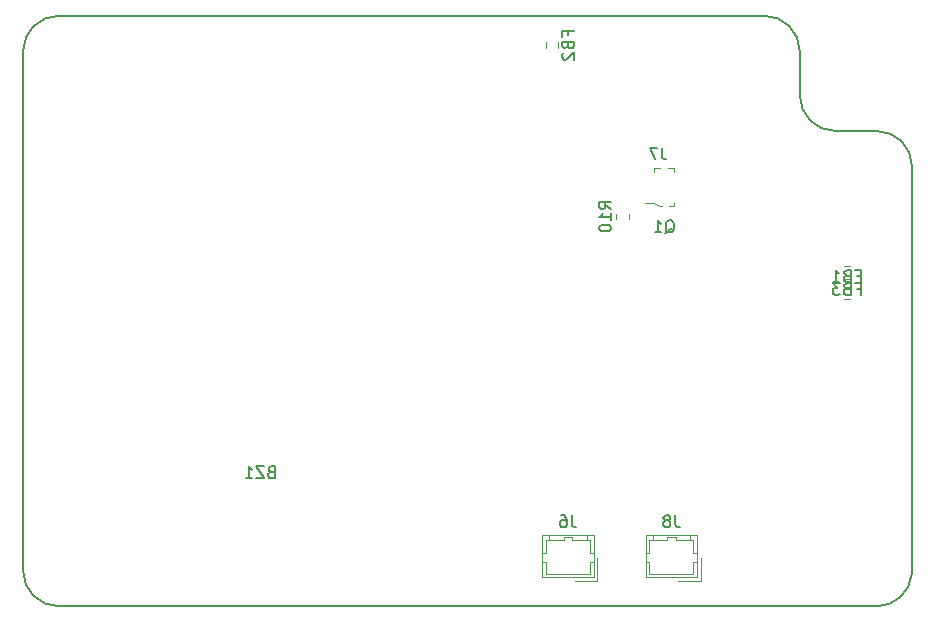
<source format=gbr>
G04 #@! TF.GenerationSoftware,KiCad,Pcbnew,(5.1.9-0-10_14)*
G04 #@! TF.CreationDate,2021-05-06T16:16:17-07:00*
G04 #@! TF.ProjectId,Luminometer_RPi,4c756d69-6e6f-46d6-9574-65725f525069,rev?*
G04 #@! TF.SameCoordinates,Original*
G04 #@! TF.FileFunction,Legend,Bot*
G04 #@! TF.FilePolarity,Positive*
%FSLAX46Y46*%
G04 Gerber Fmt 4.6, Leading zero omitted, Abs format (unit mm)*
G04 Created by KiCad (PCBNEW (5.1.9-0-10_14)) date 2021-05-06 16:16:17*
%MOMM*%
%LPD*%
G01*
G04 APERTURE LIST*
G04 #@! TA.AperFunction,Profile*
%ADD10C,0.150000*%
G04 #@! TD*
%ADD11C,0.120000*%
%ADD12C,0.100000*%
%ADD13C,0.150000*%
G04 APERTURE END LIST*
D10*
X178000000Y-71250000D02*
G75*
G02*
X181000000Y-74250000I0J-3000000D01*
G01*
X181000000Y-74250000D02*
X180989637Y-108750000D01*
X174500000Y-71250000D02*
X178000000Y-71250000D01*
X174500000Y-71250000D02*
G75*
G02*
X171500000Y-68250000I0J3000000D01*
G01*
X171500000Y-64500000D02*
X171500000Y-68250000D01*
X168500000Y-61500000D02*
G75*
G02*
X171500000Y-64500000I0J-3000000D01*
G01*
X108750000Y-111500000D02*
G75*
G02*
X105750000Y-108500000I0J3000000D01*
G01*
X180989637Y-108749136D02*
G75*
G02*
X178000000Y-111500000I-2989637J249136D01*
G01*
X105750000Y-64500000D02*
G75*
G02*
X108750000Y-61500000I3000000J0D01*
G01*
X105750000Y-108500000D02*
X105750000Y-64500000D01*
X178000000Y-111500000D02*
X108750000Y-111500000D01*
X108750000Y-61500000D02*
X168500000Y-61500000D01*
D11*
X151022500Y-64237258D02*
X151022500Y-63762742D01*
X149977500Y-64237258D02*
X149977500Y-63762742D01*
X175737258Y-84477500D02*
X175262742Y-84477500D01*
X175737258Y-85522500D02*
X175262742Y-85522500D01*
X175262742Y-83772500D02*
X175737258Y-83772500D01*
X175262742Y-82727500D02*
X175737258Y-82727500D01*
X154050000Y-105450000D02*
X154050000Y-109050000D01*
X154050000Y-109050000D02*
X149700000Y-109050000D01*
X149700000Y-109050000D02*
X149700000Y-105450000D01*
X149700000Y-105450000D02*
X154050000Y-105450000D01*
X154360000Y-107450000D02*
X154360000Y-109360000D01*
X154360000Y-109360000D02*
X152450000Y-109360000D01*
X154050000Y-107750000D02*
X153750000Y-107750000D01*
X153750000Y-107750000D02*
X153750000Y-108750000D01*
X153750000Y-108750000D02*
X150000000Y-108750000D01*
X150000000Y-108750000D02*
X150000000Y-107750000D01*
X150000000Y-107750000D02*
X149700000Y-107750000D01*
X154050000Y-107000000D02*
X153750000Y-107000000D01*
X153750000Y-107000000D02*
X153750000Y-105900000D01*
X153750000Y-105900000D02*
X153450000Y-105900000D01*
X153450000Y-105900000D02*
X153450000Y-105450000D01*
X149700000Y-107000000D02*
X150000000Y-107000000D01*
X150000000Y-107000000D02*
X150000000Y-105900000D01*
X150000000Y-105900000D02*
X150300000Y-105900000D01*
X150300000Y-105900000D02*
X150300000Y-105450000D01*
X153450000Y-105900000D02*
X152250000Y-105900000D01*
X152250000Y-105900000D02*
X152250000Y-105600000D01*
X152250000Y-105600000D02*
X151500000Y-105600000D01*
X151500000Y-105600000D02*
X151500000Y-105900000D01*
X151500000Y-105900000D02*
X150300000Y-105900000D01*
D12*
X159825000Y-77650000D02*
X159550000Y-77650000D01*
X159550000Y-77650000D02*
X159175000Y-77375000D01*
X159175000Y-77375000D02*
X159175000Y-77325000D01*
X159175000Y-77325000D02*
X158400000Y-77325000D01*
X159650000Y-74350000D02*
X159175000Y-74350000D01*
X159175000Y-74350000D02*
X159175000Y-74700000D01*
X160825000Y-74575000D02*
X160825000Y-74700000D01*
X160825000Y-74650000D02*
X160825000Y-74350000D01*
X160825000Y-74350000D02*
X160375000Y-74350000D01*
X160450000Y-77650000D02*
X160825000Y-77650000D01*
X160825000Y-77650000D02*
X160825000Y-77350000D01*
D11*
X162800000Y-105450000D02*
X162800000Y-109050000D01*
X162800000Y-109050000D02*
X158450000Y-109050000D01*
X158450000Y-109050000D02*
X158450000Y-105450000D01*
X158450000Y-105450000D02*
X162800000Y-105450000D01*
X163110000Y-107450000D02*
X163110000Y-109360000D01*
X163110000Y-109360000D02*
X161200000Y-109360000D01*
X162800000Y-107750000D02*
X162500000Y-107750000D01*
X162500000Y-107750000D02*
X162500000Y-108750000D01*
X162500000Y-108750000D02*
X158750000Y-108750000D01*
X158750000Y-108750000D02*
X158750000Y-107750000D01*
X158750000Y-107750000D02*
X158450000Y-107750000D01*
X162800000Y-107000000D02*
X162500000Y-107000000D01*
X162500000Y-107000000D02*
X162500000Y-105900000D01*
X162500000Y-105900000D02*
X162200000Y-105900000D01*
X162200000Y-105900000D02*
X162200000Y-105450000D01*
X158450000Y-107000000D02*
X158750000Y-107000000D01*
X158750000Y-107000000D02*
X158750000Y-105900000D01*
X158750000Y-105900000D02*
X159050000Y-105900000D01*
X159050000Y-105900000D02*
X159050000Y-105450000D01*
X162200000Y-105900000D02*
X161000000Y-105900000D01*
X161000000Y-105900000D02*
X161000000Y-105600000D01*
X161000000Y-105600000D02*
X160250000Y-105600000D01*
X160250000Y-105600000D02*
X160250000Y-105900000D01*
X160250000Y-105900000D02*
X159050000Y-105900000D01*
X155977500Y-78262742D02*
X155977500Y-78737258D01*
X157022500Y-78262742D02*
X157022500Y-78737258D01*
D13*
X159833333Y-72667380D02*
X159833333Y-73381666D01*
X159880952Y-73524523D01*
X159976190Y-73619761D01*
X160119047Y-73667380D01*
X160214285Y-73667380D01*
X159452380Y-72667380D02*
X158785714Y-72667380D01*
X159214285Y-73667380D01*
X151858571Y-63166666D02*
X151858571Y-62833333D01*
X152382380Y-62833333D02*
X151382380Y-62833333D01*
X151382380Y-63309523D01*
X151858571Y-64023809D02*
X151906190Y-64166666D01*
X151953809Y-64214285D01*
X152049047Y-64261904D01*
X152191904Y-64261904D01*
X152287142Y-64214285D01*
X152334761Y-64166666D01*
X152382380Y-64071428D01*
X152382380Y-63690476D01*
X151382380Y-63690476D01*
X151382380Y-64023809D01*
X151430000Y-64119047D01*
X151477619Y-64166666D01*
X151572857Y-64214285D01*
X151668095Y-64214285D01*
X151763333Y-64166666D01*
X151810952Y-64119047D01*
X151858571Y-64023809D01*
X151858571Y-63690476D01*
X151477619Y-64642857D02*
X151430000Y-64690476D01*
X151382380Y-64785714D01*
X151382380Y-65023809D01*
X151430000Y-65119047D01*
X151477619Y-65166666D01*
X151572857Y-65214285D01*
X151668095Y-65214285D01*
X151810952Y-65166666D01*
X152382380Y-64595238D01*
X152382380Y-65214285D01*
X176333333Y-83498571D02*
X176666666Y-83498571D01*
X176666666Y-84022380D02*
X176666666Y-83022380D01*
X176190476Y-83022380D01*
X175476190Y-83498571D02*
X175333333Y-83546190D01*
X175285714Y-83593809D01*
X175238095Y-83689047D01*
X175238095Y-83831904D01*
X175285714Y-83927142D01*
X175333333Y-83974761D01*
X175428571Y-84022380D01*
X175809523Y-84022380D01*
X175809523Y-83022380D01*
X175476190Y-83022380D01*
X175380952Y-83070000D01*
X175333333Y-83117619D01*
X175285714Y-83212857D01*
X175285714Y-83308095D01*
X175333333Y-83403333D01*
X175380952Y-83450952D01*
X175476190Y-83498571D01*
X175809523Y-83498571D01*
X174285714Y-84022380D02*
X174857142Y-84022380D01*
X174571428Y-84022380D02*
X174571428Y-83022380D01*
X174666666Y-83165238D01*
X174761904Y-83260476D01*
X174857142Y-83308095D01*
X176333333Y-84608571D02*
X176666666Y-84608571D01*
X176666666Y-85132380D02*
X176666666Y-84132380D01*
X176190476Y-84132380D01*
X175476190Y-84608571D02*
X175333333Y-84656190D01*
X175285714Y-84703809D01*
X175238095Y-84799047D01*
X175238095Y-84941904D01*
X175285714Y-85037142D01*
X175333333Y-85084761D01*
X175428571Y-85132380D01*
X175809523Y-85132380D01*
X175809523Y-84132380D01*
X175476190Y-84132380D01*
X175380952Y-84180000D01*
X175333333Y-84227619D01*
X175285714Y-84322857D01*
X175285714Y-84418095D01*
X175333333Y-84513333D01*
X175380952Y-84560952D01*
X175476190Y-84608571D01*
X175809523Y-84608571D01*
X174904761Y-84132380D02*
X174285714Y-84132380D01*
X174619047Y-84513333D01*
X174476190Y-84513333D01*
X174380952Y-84560952D01*
X174333333Y-84608571D01*
X174285714Y-84703809D01*
X174285714Y-84941904D01*
X174333333Y-85037142D01*
X174380952Y-85084761D01*
X174476190Y-85132380D01*
X174761904Y-85132380D01*
X174857142Y-85084761D01*
X174904761Y-85037142D01*
X152213333Y-103802380D02*
X152213333Y-104516666D01*
X152260952Y-104659523D01*
X152356190Y-104754761D01*
X152499047Y-104802380D01*
X152594285Y-104802380D01*
X151308571Y-103802380D02*
X151499047Y-103802380D01*
X151594285Y-103850000D01*
X151641904Y-103897619D01*
X151737142Y-104040476D01*
X151784761Y-104230952D01*
X151784761Y-104611904D01*
X151737142Y-104707142D01*
X151689523Y-104754761D01*
X151594285Y-104802380D01*
X151403809Y-104802380D01*
X151308571Y-104754761D01*
X151260952Y-104707142D01*
X151213333Y-104611904D01*
X151213333Y-104373809D01*
X151260952Y-104278571D01*
X151308571Y-104230952D01*
X151403809Y-104183333D01*
X151594285Y-104183333D01*
X151689523Y-104230952D01*
X151737142Y-104278571D01*
X151784761Y-104373809D01*
X160120238Y-79922619D02*
X160215476Y-79875000D01*
X160310714Y-79779761D01*
X160453571Y-79636904D01*
X160548809Y-79589285D01*
X160644047Y-79589285D01*
X160596428Y-79827380D02*
X160691666Y-79779761D01*
X160786904Y-79684523D01*
X160834523Y-79494047D01*
X160834523Y-79160714D01*
X160786904Y-78970238D01*
X160691666Y-78875000D01*
X160596428Y-78827380D01*
X160405952Y-78827380D01*
X160310714Y-78875000D01*
X160215476Y-78970238D01*
X160167857Y-79160714D01*
X160167857Y-79494047D01*
X160215476Y-79684523D01*
X160310714Y-79779761D01*
X160405952Y-79827380D01*
X160596428Y-79827380D01*
X159215476Y-79827380D02*
X159786904Y-79827380D01*
X159501190Y-79827380D02*
X159501190Y-78827380D01*
X159596428Y-78970238D01*
X159691666Y-79065476D01*
X159786904Y-79113095D01*
X160963333Y-103802380D02*
X160963333Y-104516666D01*
X161010952Y-104659523D01*
X161106190Y-104754761D01*
X161249047Y-104802380D01*
X161344285Y-104802380D01*
X160344285Y-104230952D02*
X160439523Y-104183333D01*
X160487142Y-104135714D01*
X160534761Y-104040476D01*
X160534761Y-103992857D01*
X160487142Y-103897619D01*
X160439523Y-103850000D01*
X160344285Y-103802380D01*
X160153809Y-103802380D01*
X160058571Y-103850000D01*
X160010952Y-103897619D01*
X159963333Y-103992857D01*
X159963333Y-104040476D01*
X160010952Y-104135714D01*
X160058571Y-104183333D01*
X160153809Y-104230952D01*
X160344285Y-104230952D01*
X160439523Y-104278571D01*
X160487142Y-104326190D01*
X160534761Y-104421428D01*
X160534761Y-104611904D01*
X160487142Y-104707142D01*
X160439523Y-104754761D01*
X160344285Y-104802380D01*
X160153809Y-104802380D01*
X160058571Y-104754761D01*
X160010952Y-104707142D01*
X159963333Y-104611904D01*
X159963333Y-104421428D01*
X160010952Y-104326190D01*
X160058571Y-104278571D01*
X160153809Y-104230952D01*
X126730952Y-100128571D02*
X126588095Y-100176190D01*
X126540476Y-100223809D01*
X126492857Y-100319047D01*
X126492857Y-100461904D01*
X126540476Y-100557142D01*
X126588095Y-100604761D01*
X126683333Y-100652380D01*
X127064285Y-100652380D01*
X127064285Y-99652380D01*
X126730952Y-99652380D01*
X126635714Y-99700000D01*
X126588095Y-99747619D01*
X126540476Y-99842857D01*
X126540476Y-99938095D01*
X126588095Y-100033333D01*
X126635714Y-100080952D01*
X126730952Y-100128571D01*
X127064285Y-100128571D01*
X126159523Y-99652380D02*
X125492857Y-99652380D01*
X126159523Y-100652380D01*
X125492857Y-100652380D01*
X124588095Y-100652380D02*
X125159523Y-100652380D01*
X124873809Y-100652380D02*
X124873809Y-99652380D01*
X124969047Y-99795238D01*
X125064285Y-99890476D01*
X125159523Y-99938095D01*
X155522380Y-77857142D02*
X155046190Y-77523809D01*
X155522380Y-77285714D02*
X154522380Y-77285714D01*
X154522380Y-77666666D01*
X154570000Y-77761904D01*
X154617619Y-77809523D01*
X154712857Y-77857142D01*
X154855714Y-77857142D01*
X154950952Y-77809523D01*
X154998571Y-77761904D01*
X155046190Y-77666666D01*
X155046190Y-77285714D01*
X155522380Y-78809523D02*
X155522380Y-78238095D01*
X155522380Y-78523809D02*
X154522380Y-78523809D01*
X154665238Y-78428571D01*
X154760476Y-78333333D01*
X154808095Y-78238095D01*
X154522380Y-79428571D02*
X154522380Y-79523809D01*
X154570000Y-79619047D01*
X154617619Y-79666666D01*
X154712857Y-79714285D01*
X154903333Y-79761904D01*
X155141428Y-79761904D01*
X155331904Y-79714285D01*
X155427142Y-79666666D01*
X155474761Y-79619047D01*
X155522380Y-79523809D01*
X155522380Y-79428571D01*
X155474761Y-79333333D01*
X155427142Y-79285714D01*
X155331904Y-79238095D01*
X155141428Y-79190476D01*
X154903333Y-79190476D01*
X154712857Y-79238095D01*
X154617619Y-79285714D01*
X154570000Y-79333333D01*
X154522380Y-79428571D01*
M02*

</source>
